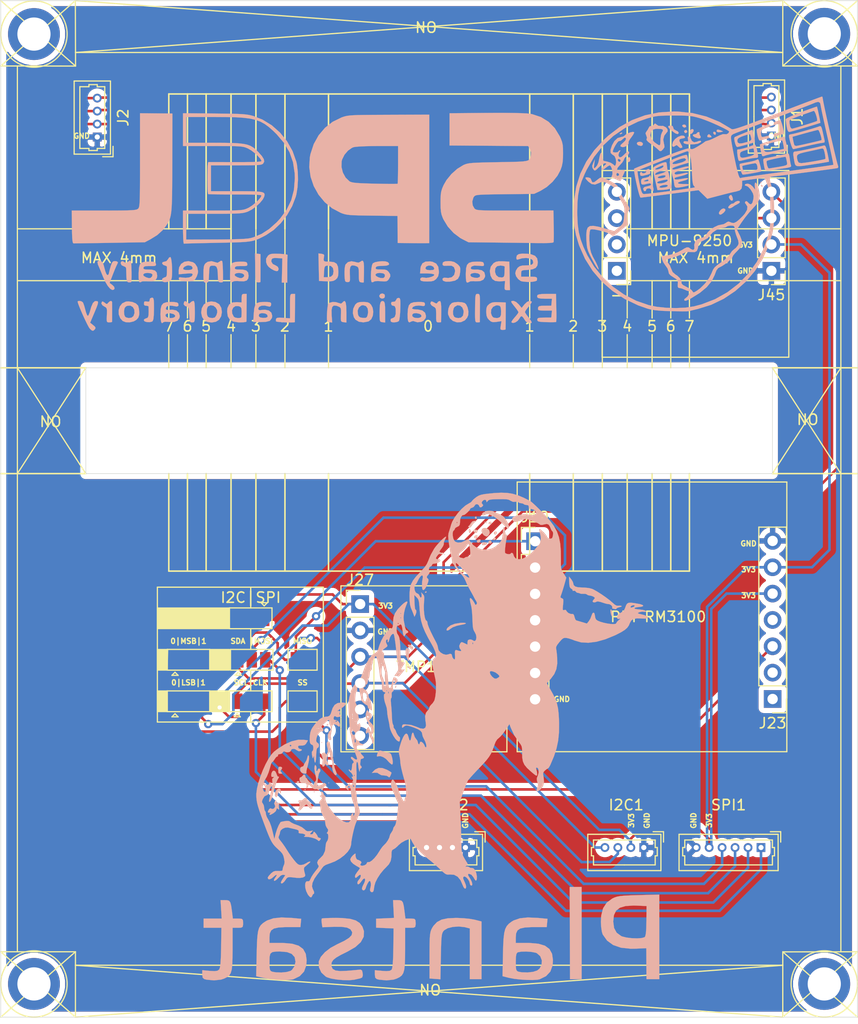
<source format=kicad_pcb>
(kicad_pcb (version 20171130) (host pcbnew "(5.1.2)-2")
  (layers (0 F.Cu signal) (31 B.Cu signal) (34 B.Paste user) (35 F.Paste user) (36 B.SilkS user) (37 F.SilkS user) (38 B.Mask user) (39 F.Mask user) (44 Edge.Cuts user))
  (net 0 "")
  (net 1 GND)
  (net 2 3V3)
  (net 3 5V)
  (net 4 23)
  (net 5 22)
  (net 6 21)
  (net 7 19)
  (net 8 18)
  (net 9 5)
  (net 10 17)
  (net 11 16)
  (net 12 RM1MISO)
  (net 13 RM1MOSI)
  (net 14 RM1CLK)
  (net 15 RM1SS)
  (net 16 "Net-(J19-Pad5)")
  (net 17 "Net-(J19-Pad6)")
  (net 18 "Net-(J23-Pad4)")
  (net 19 RM1EN)
  (net 20 "Net-(J23-Pad2)")
  (net 21 "Net-(J23-Pad1)")
  (net 22 "Net-(J27-Pad5)")
  (net 23 "Net-(J27-Pad6)")
  (module L86:extremofilo_mod (layer B.Cu) (at 77.1 99.1 180)
    (fp_text reference G*** hide)
    (fp_text value LOGO hide)
  )
  (module L86:plantsat2 (layer B.Cu) (at 77.1 123.1 180)
    (fp_text reference G*** hide)
    (fp_text value LOGO hide)
  )
  (module L86:SPEL_logo (layer B.Cu) (at 79.5 53.5 180)
    (fp_text reference G*** hide)
    (fp_text value LOGO hide)
  )
  (module Pin_Headers:Pin_Header_Straight_1x04_Pitch2.54mm (layer F.Cu) (at 95.1 59 180)
    (fp_text reference - (at 0 -2.33) (layer F.SilkS))
    (fp_text value Pin_Header_Straight_1x04_Pitch2.54mm)
    (pad 1 thru_hole rect (at 0 0 180) (size 1.7 1.7) (drill 1) (layers *.Cu *.Mask))
    (pad 2 thru_hole oval (at 0 2.54 180) (size 1.7 1.7) (drill 1) (layers *.Cu *.Mask))
    (pad 3 thru_hole oval (at 0 5.08 180) (size 1.7 1.7) (drill 1) (layers *.Cu *.Mask))
    (pad 4 thru_hole oval (at 0 7.62 180) (size 1.7 1.7) (drill 1) (layers *.Cu *.Mask))
  )
  (module Connectors:1pin (layer F.Cu) (at 38.9 36.175)
    (fp_text reference REF** hide)
    (fp_text value 1pin)
    (pad 1 thru_hole circle (at 0 0) (size 5 5) (drill 3.2) (layers *.Cu *.Mask))
  )
  (module Connectors:1pin (layer F.Cu) (at 115.1 127.75)
    (fp_text reference REF** hide)
    (fp_text value 1pin)
    (pad 1 thru_hole circle (at 0 0) (size 5 5) (drill 3.2) (layers *.Cu *.Mask))
  )
  (module Connectors:1pin (layer F.Cu) (at 115.1 36.15)
    (fp_text reference REF** hide)
    (fp_text value 1pin)
    (pad 1 thru_hole circle (at 0 0) (size 5 5) (drill 3.2) (layers *.Cu *.Mask))
  )
  (module Connectors:1pin (layer F.Cu) (at 38.9 127.75)
    (fp_text reference REF** hide)
    (fp_text value 1pin)
    (pad 1 thru_hole circle (at 0 0) (size 5 5) (drill 3.2) (layers *.Cu *.Mask))
  )
  (module Connectors_Molex:Molex_PicoBlade_53047-0410_04x1.25mm_Straight (layer F.Cu) (at 110 46 90)
    (fp_text reference J1 (at 1.875 2.5 90) (layer F.SilkS))
    (fp_text value Conn_01x04_Male)
    (pad 1 thru_hole rect (at 0 0 90) (size 0.85 0.85) (drill 0.5) (layers *.Cu *.Mask) (net 1 GND))
    (pad 2 thru_hole circle (at 1.25 0 90) (size 0.85 0.85) (drill 0.5) (layers *.Cu *.Mask) (net 3 5V))
    (pad 3 thru_hole circle (at 2.5 0 90) (size 0.85 0.85) (drill 0.5) (layers *.Cu *.Mask) (net 11 16))
    (pad 4 thru_hole circle (at 3.75 0 90) (size 0.85 0.85) (drill 0.5) (layers *.Cu *.Mask) (net 10 17))
  )
  (module Connectors_Molex:Molex_PicoBlade_53047-0410_04x1.25mm_Straight (layer F.Cu) (at 45 46.1 90)
    (fp_text reference J2 (at 1.875 2.5 90) (layer F.SilkS))
    (fp_text value Conn_01x04_Male)
    (pad 4 thru_hole circle (at 3.75 0 90) (size 0.85 0.85) (drill 0.5) (layers *.Cu *.Mask) (net 10 17))
    (pad 3 thru_hole circle (at 2.5 0 90) (size 0.85 0.85) (drill 0.5) (layers *.Cu *.Mask) (net 11 16))
    (pad 2 thru_hole circle (at 1.25 0 90) (size 0.85 0.85) (drill 0.5) (layers *.Cu *.Mask) (net 3 5V))
    (pad 1 thru_hole rect (at 0 0 90) (size 0.85 0.85) (drill 0.5) (layers *.Cu *.Mask) (net 1 GND))
  )
  (module Connectors_Molex:Molex_PicoBlade_53047-0410_04x1.25mm_Straight (layer F.Cu) (at 80.5 114.6 180)
    (fp_text reference UART2 (at 2 4.1) (layer F.SilkS))
    (fp_text value Conn_01x04_male)
    (pad 4 thru_hole circle (at 3.75 0 180) (size 0.85 0.85) (drill 0.5) (layers *.Cu *.Mask) (net 10 17))
    (pad 3 thru_hole circle (at 2.5 0 180) (size 0.85 0.85) (drill 0.5) (layers *.Cu *.Mask) (net 11 16))
    (pad 2 thru_hole circle (at 1.25 0 180) (size 0.85 0.85) (drill 0.5) (layers *.Cu *.Mask) (net 3 5V))
    (pad 1 thru_hole rect (at 0 0 180) (size 0.85 0.85) (drill 0.5) (layers *.Cu *.Mask) (net 1 GND))
  )
  (module Jumper:SolderJumper-2_P1.3mm_Open_Pad1.0x1.5mm (layer F.Cu) (at 64.8 96.5)
    (fp_text reference MISO (at 0 -1.8) (layer F.SilkS) (effects (font (size 0.5 0.5) (thickness 0.125))))
    (fp_text value Conn_01x02_Male)
    (pad 2 smd rect (at 0.65 0) (size 1 1.5) (layers F.Cu F.Mask) (net 7 19))
    (pad 1 smd rect (at -0.65 0) (size 1 1.5) (layers F.Cu F.Mask) (net 12 RM1MISO))
  )
  (module Jumper:SolderJumper-3_P1.3mm_Open_Pad1.0x1.5mm (layer F.Cu) (at 53.8 96.5)
    (fp_text reference 0|MSB|1 (at 0 -1.8) (layer F.SilkS) (effects (font (size 0.5 0.5) (thickness 0.125))))
    (fp_text value Conn_01x03_Male)
    (pad 1 smd rect (at -1.3 0) (size 1 1.5) (layers F.Cu F.Mask) (net 1 GND))
    (pad 2 smd rect (at 0 0) (size 1 1.5) (layers F.Cu F.Mask) (net 12 RM1MISO))
    (pad 3 smd rect (at 1.3 0) (size 1 1.5) (layers F.Cu F.Mask) (net 2 3V3))
  )
  (module Jumper:SolderJumper-3_P1.3mm_Open_Pad1.0x1.5mm (layer F.Cu) (at 59.9 96.5)
    (fp_text reference "SDA |MOSI" (at 0 -1.8) (layer F.SilkS) (effects (font (size 0.5 0.5) (thickness 0.125))))
    (fp_text value Conn_01x03_Male)
    (pad 1 smd rect (at -1.3 0) (size 1 1.5) (layers F.Cu F.Mask) (net 6 21))
    (pad 2 smd rect (at 0 0) (size 1 1.5) (layers F.Cu F.Mask) (net 13 RM1MOSI))
    (pad 3 smd rect (at 1.3 0) (size 1 1.5) (layers F.Cu F.Mask) (net 4 23))
  )
  (module Jumper:SolderJumper-3_P1.3mm_Open_Pad1.0x1.5mm (layer F.Cu) (at 59.8 100.5)
    (fp_text reference SCL|CLK (at 0 -1.8) (layer F.SilkS) (effects (font (size 0.5 0.5) (thickness 0.125))))
    (fp_text value Conn_01x03_Male)
    (pad 3 smd rect (at 1.3 0) (size 1 1.5) (layers F.Cu F.Mask) (net 8 18))
    (pad 2 smd rect (at 0 0) (size 1 1.5) (layers F.Cu F.Mask) (net 14 RM1CLK))
    (pad 1 smd rect (at -1.3 0) (size 1 1.5) (layers F.Cu F.Mask) (net 5 22))
  )
  (module Jumper:SolderJumper-2_P1.3mm_Open_Pad1.0x1.5mm (layer F.Cu) (at 64.8 100.5)
    (fp_text reference SS (at 0 -1.8) (layer F.SilkS) (effects (font (size 0.5 0.5) (thickness 0.125))))
    (fp_text value Conn_01x02_Male)
    (pad 2 smd rect (at 0.65 0) (size 1 1.5) (layers F.Cu F.Mask) (net 9 5))
    (pad 1 smd rect (at -0.65 0) (size 1 1.5) (layers F.Cu F.Mask) (net 15 RM1SS))
  )
  (module Pin_Headers:Pin_Header_Straight_1x07_Pitch2.54mm (layer F.Cu) (at 87.22 85.07)
    (fp_text reference J19 (at 0 -2.33) (layer F.SilkS))
    (fp_text value Conn_01x07_Female)
    (pad 1 thru_hole rect (at 0 0) (size 1.7 1.7) (drill 1) (layers *.Cu *.Mask) (net 14 RM1CLK))
    (pad 2 thru_hole oval (at 0 2.54) (size 1.7 1.7) (drill 1) (layers *.Cu *.Mask) (net 12 RM1MISO))
    (pad 3 thru_hole oval (at 0 5.08) (size 1.7 1.7) (drill 1) (layers *.Cu *.Mask) (net 13 RM1MOSI))
    (pad 4 thru_hole oval (at 0 7.62) (size 1.7 1.7) (drill 1) (layers *.Cu *.Mask) (net 15 RM1SS))
    (pad 5 thru_hole oval (at 0 10.16) (size 1.7 1.7) (drill 1) (layers *.Cu *.Mask) (net 16 "Net-(J19-Pad5)"))
    (pad 6 thru_hole oval (at 0 12.7) (size 1.7 1.7) (drill 1) (layers *.Cu *.Mask) (net 17 "Net-(J19-Pad6)"))
    (pad 7 thru_hole oval (at 0 15.24) (size 1.7 1.7) (drill 1) (layers *.Cu *.Mask) (net 1 GND))
  )
  (module Jumper:SolderJumper-3_P1.3mm_Open_Pad1.0x1.5mm (layer F.Cu) (at 53.8 100.5)
    (fp_text reference 0|LSB|1 (at 0 -1.8) (layer F.SilkS) (effects (font (size 0.5 0.5) (thickness 0.125))))
    (fp_text value Conn_01x03_Male)
    (pad 3 smd rect (at 1.3 0) (size 1 1.5) (layers F.Cu F.Mask) (net 2 3V3))
    (pad 2 smd rect (at 0 0) (size 1 1.5) (layers F.Cu F.Mask) (net 15 RM1SS))
    (pad 1 smd rect (at -1.3 0) (size 1 1.5) (layers F.Cu F.Mask) (net 1 GND))
  )
  (module Pin_Headers:Pin_Header_Straight_1x07_Pitch2.54mm (layer F.Cu) (at 110.12 100.28 180)
    (fp_text reference J23 (at 0 -2.33) (layer F.SilkS))
    (fp_text value Conn_01x07_Female)
    (pad 7 thru_hole oval (at 0 15.24 180) (size 1.7 1.7) (drill 1) (layers *.Cu *.Mask) (net 1 GND))
    (pad 6 thru_hole oval (at 0 12.7 180) (size 1.7 1.7) (drill 1) (layers *.Cu *.Mask) (net 2 3V3))
    (pad 5 thru_hole oval (at 0 10.16 180) (size 1.7 1.7) (drill 1) (layers *.Cu *.Mask) (net 2 3V3))
    (pad 4 thru_hole oval (at 0 7.62 180) (size 1.7 1.7) (drill 1) (layers *.Cu *.Mask) (net 18 "Net-(J23-Pad4)"))
    (pad 3 thru_hole oval (at 0 5.08 180) (size 1.7 1.7) (drill 1) (layers *.Cu *.Mask) (net 19 RM1EN))
    (pad 2 thru_hole oval (at 0 2.54 180) (size 1.7 1.7) (drill 1) (layers *.Cu *.Mask) (net 20 "Net-(J23-Pad2)"))
    (pad 1 thru_hole rect (at 0 0 180) (size 1.7 1.7) (drill 1) (layers *.Cu *.Mask) (net 21 "Net-(J23-Pad1)"))
  )
  (module Jumper:SolderJumper-3_P1.3mm_Open_Pad1.0x1.5mm (layer F.Cu) (at 59.8 92.5 180)
    (fp_text reference I2C|SPI (at 0 2) (layer F.SilkS))
    (fp_text value Conn_01x03_Male)
    (pad 3 smd rect (at 1.3 0 180) (size 1 1.5) (layers F.Cu F.Mask) (net 2 3V3))
    (pad 2 smd rect (at 0 0 180) (size 1 1.5) (layers F.Cu F.Mask) (net 19 RM1EN))
    (pad 1 smd rect (at -1.3 0 180) (size 1 1.5) (layers F.Cu F.Mask) (net 1 GND))
  )
  (module Pin_Headers:Pin_Header_Straight_1x06_Pitch2.54mm (layer F.Cu) (at 70.35 91.13)
    (fp_text reference J27 (at 0 -2.33) (layer F.SilkS))
    (fp_text value Conn_01x06_Female)
    (pad 1 thru_hole rect (at 0 0) (size 1.7 1.7) (drill 1) (layers *.Cu *.Mask) (net 2 3V3))
    (pad 2 thru_hole oval (at 0 2.54) (size 1.7 1.7) (drill 1) (layers *.Cu *.Mask) (net 1 GND))
    (pad 3 thru_hole oval (at 0 5.08) (size 1.7 1.7) (drill 1) (layers *.Cu *.Mask) (net 6 21))
    (pad 4 thru_hole oval (at 0 7.62) (size 1.7 1.7) (drill 1) (layers *.Cu *.Mask) (net 5 22))
    (pad 5 thru_hole oval (at 0 10.16) (size 1.7 1.7) (drill 1) (layers *.Cu *.Mask) (net 22 "Net-(J27-Pad5)"))
    (pad 6 thru_hole oval (at 0 12.7) (size 1.7 1.7) (drill 1) (layers *.Cu *.Mask) (net 23 "Net-(J27-Pad6)"))
  )
  (module Connectors_Molex:Molex_PicoBlade_53047-0610_06x1.25mm_Straight (layer F.Cu) (at 109 114.6 180)
    (fp_text reference SPI1 (at 3.125 4.1) (layer F.SilkS))
    (fp_text value Conn_01x06_Male)
    (pad 6 thru_hole circle (at 6.25 0 180) (size 0.85 0.85) (drill 0.5) (layers *.Cu *.Mask) (net 1 GND))
    (pad 5 thru_hole circle (at 5 0 180) (size 0.85 0.85) (drill 0.5) (layers *.Cu *.Mask) (net 2 3V3))
    (pad 4 thru_hole circle (at 3.75 0 180) (size 0.85 0.85) (drill 0.5) (layers *.Cu *.Mask) (net 9 5))
    (pad 3 thru_hole circle (at 2.5 0 180) (size 0.85 0.85) (drill 0.5) (layers *.Cu *.Mask) (net 4 23))
    (pad 2 thru_hole circle (at 1.25 0 180) (size 0.85 0.85) (drill 0.5) (layers *.Cu *.Mask) (net 7 19))
    (pad 1 thru_hole rect (at 0 0 180) (size 0.85 0.85) (drill 0.5) (layers *.Cu *.Mask) (net 8 18))
  )
  (module Connectors_Molex:Molex_PicoBlade_53047-0410_04x1.25mm_Straight (layer F.Cu) (at 97.7 114.6 180)
    (fp_text reference I2C1 (at 1.7 4.1) (layer F.SilkS))
    (fp_text value Conn_01x04_Male)
    (pad 1 thru_hole rect (at 0 0 180) (size 0.85 0.85) (drill 0.5) (layers *.Cu *.Mask) (net 1 GND))
    (pad 2 thru_hole circle (at 1.25 0 180) (size 0.85 0.85) (drill 0.5) (layers *.Cu *.Mask) (net 2 3V3))
    (pad 3 thru_hole circle (at 2.5 0 180) (size 0.85 0.85) (drill 0.5) (layers *.Cu *.Mask) (net 5 22))
    (pad 4 thru_hole circle (at 3.75 0 180) (size 0.85 0.85) (drill 0.5) (layers *.Cu *.Mask) (net 6 21))
  )
  (module Pin_Headers:Pin_Header_Straight_1x04_Pitch2.54mm (layer F.Cu) (at 110 59 180)
    (fp_text reference J45 (at 0 -2.33) (layer F.SilkS))
    (fp_text value Conn_01x04_Male)
    (pad 4 thru_hole oval (at 0 7.62 180) (size 1.7 1.7) (drill 1) (layers *.Cu *.Mask) (net 5 22))
    (pad 3 thru_hole oval (at 0 5.08 180) (size 1.7 1.7) (drill 1) (layers *.Cu *.Mask) (net 6 21))
    (pad 2 thru_hole oval (at 0 2.54 180) (size 1.7 1.7) (drill 1) (layers *.Cu *.Mask) (net 2 3V3))
    (pad 1 thru_hole rect (at 0 0 180) (size 1.7 1.7) (drill 1) (layers *.Cu *.Mask) (net 1 GND))
  )
  (gr_text "5V\n" (at 79.5 112 90) (layer F.SilkS) (effects (font (size 0.5 0.5) (thickness 0.125))))
  (gr_text 3V3 (at 107.5 56.5) (layer F.SilkS) (effects (font (size 0.5 0.5) (thickness 0.125))))
  (gr_text 3V3 (at 72.8 91.3) (layer F.SilkS) (effects (font (size 0.5 0.5) (thickness 0.125))))
  (gr_text 3V3 (at 107.8 90.3) (layer F.SilkS) (effects (font (size 0.5 0.5) (thickness 0.125))))
  (gr_text 3V3 (at 107.8 87.8) (layer F.SilkS) (effects (font (size 0.5 0.5) (thickness 0.125))))
  (gr_text 3V3 (at 104 112 90) (layer F.SilkS) (effects (font (size 0.5 0.5) (thickness 0.125))))
  (gr_text 3V3 (at 96.5 112 90) (layer F.SilkS) (effects (font (size 0.5 0.5) (thickness 0.125))))
  (gr_text GND (at 80.5 112 90) (layer F.SilkS) (effects (font (size 0.5 0.5) (thickness 0.125))))
  (gr_text GND (at 98 112 90) (layer F.SilkS) (effects (font (size 0.5 0.5) (thickness 0.125))))
  (gr_text GND (at 102.5 112 90) (layer F.SilkS) (effects (font (size 0.5 0.5) (thickness 0.125))))
  (gr_text GND (at 89.8 100.3) (layer F.SilkS) (effects (font (size 0.5 0.5) (thickness 0.125))))
  (gr_text GND (at 107.8 85.3) (layer F.SilkS) (effects (font (size 0.5 0.5) (thickness 0.125))))
  (gr_text GND (at 72.8 93.8) (layer F.SilkS) (effects (font (size 0.5 0.5) (thickness 0.125))))
  (gr_text GND (at 43.5 46) (layer F.SilkS) (effects (font (size 0.5 0.5) (thickness 0.125))))
  (gr_text GND (at 110.5 46) (layer F.SilkS) (effects (font (size 0.5 0.5) (thickness 0.125))))
  (gr_text GND (at 107.5 59) (layer F.SilkS) (effects (font (size 0.5 0.5) (thickness 0.125))))
  (gr_poly (pts (xy 57.75 93.5) (xy 50.8 93.5) (xy 50.8 91.5) (xy 57.75 91.5)) (layer F.SilkS) (width 0.1))
  (gr_poly (pts (xy 51.75 99.5) (xy 50.8 99.5) (xy 50.8 101.5) (xy 51.75 101.5)) (layer F.SilkS) (width 0.1))
  (gr_poly (pts (xy 51.8 95.5) (xy 51.75 95.5) (xy 50.8 95.5) (xy 50.8 97.5) (xy 51.75 97.5)) (layer F.SilkS) (width 0.1))
  (gr_poly (pts (xy 55.85 97.5) (xy 57.75 97.5) (xy 57.75 95.5) (xy 55.85 95.5)) (layer F.SilkS) (width 0.1))
  (gr_poly (pts (xy 55.85 101.5) (xy 57.75 101.5) (xy 57.75 99.5) (xy 55.85 99.5)) (layer F.SilkS) (width 0.1))
  (gr_line (start 50.8 102.5) (end 59.8 102.5) (layer F.SilkS) (width 0.12))
  (gr_line (start 50.8 89.5) (end 50.8 102.5) (layer F.SilkS) (width 0.12))
  (gr_line (start 59.8 89.5) (end 50.8 89.5) (layer F.SilkS) (width 0.12))
  (gr_line (start 59.8 91.5) (end 59.8 89.5) (layer F.SilkS) (width 0.12))
  (gr_line (start 59.8 99.5) (end 59.8 97.5) (layer F.SilkS) (width 0.12))
  (gr_line (start 59.8 95.5) (end 59.8 93.5) (layer F.SilkS) (width 0.12))
  (gr_line (start 59.8 102.5) (end 59.8 101.5) (layer F.SilkS) (width 0.12))
  (gr_line (start 66.8 102.5) (end 59.8 102.5) (layer F.SilkS) (width 0.12))
  (gr_line (start 66.8 89.5) (end 66.8 102.5) (layer F.SilkS) (width 0.12))
  (gr_line (start 59.8 89.5) (end 66.8 89.5) (layer F.SilkS) (width 0.12))
  (gr_text MPU-9250 (at 102.1 56.1) (layer F.SilkS) (effects (font (size 1 1))))
  (gr_line (start 93.68 67.33) (end 93.68 49.33) (layer F.SilkS) (width 0.12))
  (gr_line (start 111.68 67.33) (end 93.68 67.33) (layer F.SilkS) (width 0.12))
  (gr_line (start 111.68 49.33) (end 111.68 67.33) (layer F.SilkS) (width 0.12))
  (gr_line (start 93.68 49.33) (end 111.68 49.33) (layer F.SilkS) (width 0.12))
  (gr_text "TMP102\n" (at 76.7 97.17) (layer F.SilkS) (effects (font (size 1 1))))
  (gr_line (start 84.5 89.37) (end 84.5 105.37) (layer F.SilkS) (width 0.12))
  (gr_line (start 68.5 105.37) (end 84.5 105.37) (layer F.SilkS) (width 0.12))
  (gr_line (start 68.5 89.37) (end 84.5 89.37) (layer F.SilkS) (width 0.12))
  (gr_line (start 68.5 89.37) (end 68.5 105.37) (layer F.SilkS) (width 0.12))
  (gr_line (start 85.49 105.36) (end 111.49 105.36) (layer F.SilkS) (width 0.12))
  (gr_line (start 85.49 79.36) (end 85.49 105.36) (layer F.SilkS) (width 0.12))
  (gr_line (start 111.49 79.36) (end 111.49 105.36) (layer F.SilkS) (width 0.12))
  (gr_line (start 110.49 79.36) (end 111.49 79.36) (layer F.SilkS) (width 0.12))
  (gr_line (start 85.49 79.36) (end 110.49 79.36) (layer F.SilkS) (width 0.12))
  (gr_text "PNI RM3100\n" (at 99.09 92.36) (layer F.SilkS) (effects (font (size 1 1))))
  (gr_line (start 116.7 124.65) (end 116.7 39.25) (layer F.SilkS) (width 0.12))
  (gr_line (start 37.3 39.25) (end 37.3 124.65) (layer F.SilkS) (width 0.12))
  (gr_line (start 42.9 37.95) (end 111.1 37.95) (layer F.SilkS) (width 0.12))
  (gr_line (start 42.89 32.95) (end 111.1 37.95) (layer F.SilkS) (width 0.12))
  (gr_line (start 111.1 32.95) (end 42.91 37.95) (layer F.SilkS) (width 0.12))
  (gr_line (start 42.9 125.95) (end 111.11 125.95) (layer F.SilkS) (width 0.12))
  (gr_line (start 111.1 130.95) (end 42.9 125.95) (layer F.SilkS) (width 0.12))
  (gr_line (start 42.9 130.95) (end 111.11 125.95) (layer F.SilkS) (width 0.12))
  (gr_line (start 35.7 130.95) (end 42.9 124.65) (layer F.SilkS) (width 0.12))
  (gr_line (start 35.7 124.65) (end 42.9 130.95) (layer F.SilkS) (width 0.12))
  (gr_line (start 118.3 124.65) (end 111.1 130.95) (layer F.SilkS) (width 0.12))
  (gr_line (start 118.3 130.95) (end 111.1 124.66) (layer F.SilkS) (width 0.12))
  (gr_line (start 111.1 39.25) (end 111.1 32.95) (layer F.SilkS) (width 0.12))
  (gr_line (start 111.1 39.25) (end 118.3 39.25) (layer F.SilkS) (width 0.12))
  (gr_line (start 118.3 32.95) (end 111.1 39.25) (layer F.SilkS) (width 0.12))
  (gr_line (start 111.1 32.95) (end 118.3 39.25) (layer F.SilkS) (width 0.12))
  (gr_line (start 35.7 39.25) (end 42.91 39.26) (layer F.SilkS) (width 0.12))
  (gr_line (start 42.89 32.95) (end 42.91 39.26) (layer F.SilkS) (width 0.12))
  (gr_line (start 35.7 39.25) (end 42.89 32.95) (layer F.SilkS) (width 0.12))
  (gr_line (start 35.7 32.95) (end 42.91 39.26) (layer F.SilkS) (width 0.12))
  (gr_line (start 111.1 124.66) (end 118.3 124.65) (layer F.SilkS) (width 0.12))
  (gr_line (start 111.1 130.95) (end 111.1 124.66) (layer F.SilkS) (width 0.12))
  (gr_line (start 42.9 124.65) (end 42.9 130.95) (layer F.SilkS) (width 0.12))
  (gr_line (start 35.7 124.65) (end 42.9 124.65) (layer F.SilkS) (width 0.12))
  (gr_line (start 110.1 68.35) (end 110.1 78.55) (layer Edge.Cuts) (width 0.05))
  (gr_line (start 43.9 68.35) (end 110.1 68.35) (layer Edge.Cuts) (width 0.05))
  (gr_line (start 43.9 78.55) (end 43.9 68.35) (layer Edge.Cuts) (width 0.05))
  (gr_line (start 110.1 78.55) (end 43.9 78.55) (layer Edge.Cuts) (width 0.05))
  (gr_line (start 110.1 68.35) (end 116.7 78.55) (layer F.SilkS) (width 0.12))
  (gr_line (start 110.1 78.55) (end 116.7 68.35) (layer F.SilkS) (width 0.12))
  (gr_line (start 43.9 78.55) (end 37.3 68.35) (layer F.SilkS) (width 0.12))
  (gr_line (start 43.9 68.35) (end 37.3 78.55) (layer F.SilkS) (width 0.12))
  (gr_line (start 96.1 59.95) (end 116.7 59.95) (layer F.SilkS) (width 0.12))
  (gr_line (start 96.1 54.95) (end 116.7 54.95) (layer F.SilkS) (width 0.12))
  (gr_line (start 57.9 59.95) (end 37.3 59.95) (layer F.SilkS) (width 0.12))
  (gr_line (start 57.9 54.95) (end 37.3 54.95) (layer F.SilkS) (width 0.12))
  (gr_line (start 60.3 59.95) (end 60.3 54.95) (layer F.SilkS) (width 0.12))
  (gr_line (start 63.1 59.95) (end 63.1 54.95) (layer F.SilkS) (width 0.12))
  (gr_line (start 67.3 59.95) (end 67.3 54.95) (layer F.SilkS) (width 0.12))
  (gr_line (start 86.7 59.95) (end 86.7 54.95) (layer F.SilkS) (width 0.12))
  (gr_line (start 90.9 59.95) (end 90.9 54.95) (layer F.SilkS) (width 0.12))
  (gr_line (start 93.7 59.95) (end 93.7 54.95) (layer F.SilkS) (width 0.12))
  (gr_text 3 (at 93.7 64.35) (layer F.SilkS) (effects (font (size 1 1))))
  (gr_line (start 102.1 59.95) (end 102.1 63.55) (layer F.SilkS) (width 0.12))
  (gr_line (start 102.1 68.35) (end 102.1 65.15) (layer F.SilkS) (width 0.12))
  (gr_line (start 100.3 59.95) (end 100.3 63.55) (layer F.SilkS) (width 0.12))
  (gr_line (start 100.3 68.35) (end 100.3 65.15) (layer F.SilkS) (width 0.12))
  (gr_line (start 98.5 68.35) (end 98.5 65.15) (layer F.SilkS) (width 0.12))
  (gr_line (start 98.5 59.95) (end 98.5 63.55) (layer F.SilkS) (width 0.12))
  (gr_line (start 96.1 59.95) (end 96.1 63.55) (layer F.SilkS) (width 0.12))
  (gr_line (start 96.1 68.35) (end 96.1 65.15) (layer F.SilkS) (width 0.12))
  (gr_line (start 93.7 59.95) (end 93.7 63.55) (layer F.SilkS) (width 0.12))
  (gr_line (start 93.7 68.35) (end 93.7 65.15) (layer F.SilkS) (width 0.12))
  (gr_line (start 90.9 59.95) (end 90.9 63.55) (layer F.SilkS) (width 0.12))
  (gr_line (start 90.9 68.35) (end 90.9 65.15) (layer F.SilkS) (width 0.12))
  (gr_line (start 86.7 59.95) (end 86.7 63.55) (layer F.SilkS) (width 0.12))
  (gr_line (start 86.7 68.35) (end 86.7 65.15) (layer F.SilkS) (width 0.12))
  (gr_line (start 67.3 59.95) (end 67.3 63.55) (layer F.SilkS) (width 0.12))
  (gr_line (start 67.3 68.35) (end 67.3 65.15) (layer F.SilkS) (width 0.12))
  (gr_line (start 63.1 68.35) (end 63.1 65.15) (layer F.SilkS) (width 0.12))
  (gr_line (start 63.1 59.95) (end 63.1 63.55) (layer F.SilkS) (width 0.12))
  (gr_line (start 60.3 65.15) (end 60.3 68.35) (layer F.SilkS) (width 0.12))
  (gr_line (start 60.3 59.95) (end 60.3 63.55) (layer F.SilkS) (width 0.12))
  (gr_line (start 57.9 65.15) (end 57.9 68.35) (layer F.SilkS) (width 0.12))
  (gr_line (start 57.9 63.55) (end 57.9 59.95) (layer F.SilkS) (width 0.12))
  (gr_text 5 (at 55.5 64.35) (layer F.SilkS) (effects (font (size 1 1))))
  (gr_line (start 55.5 65.15) (end 55.5 68.35) (layer F.SilkS) (width 0.12))
  (gr_line (start 55.5 63.55) (end 55.5 59.95) (layer F.SilkS) (width 0.12))
  (gr_text 6 (at 53.7 64.35) (layer F.SilkS) (effects (font (size 1 1))))
  (gr_line (start 53.7 63.55) (end 53.7 59.95) (layer F.SilkS) (width 0.12))
  (gr_line (start 53.7 68.35) (end 53.7 65.15) (layer F.SilkS) (width 0.12))
  (gr_line (start 51.9 68.35) (end 51.9 65.15) (layer F.SilkS) (width 0.12))
  (gr_line (start 51.9 59.95) (end 51.9 63.55) (layer F.SilkS) (width 0.12))
  (gr_text 7 (at 51.9 64.35) (layer F.SilkS) (effects (font (size 1 1))))
  (gr_text 4 (at 57.9 64.35) (layer F.SilkS) (effects (font (size 1 1))))
  (gr_text 3 (at 60.3 64.35) (layer F.SilkS) (effects (font (size 1 1))))
  (gr_text 7 (at 102.1 64.35) (layer F.SilkS) (effects (font (size 1 1))))
  (gr_text 6 (at 100.3 64.35) (layer F.SilkS) (effects (font (size 1 1))))
  (gr_text 5 (at 98.5 64.35) (layer F.SilkS) (effects (font (size 1 1))))
  (gr_text 4 (at 96.1 64.35) (layer F.SilkS) (effects (font (size 1 1))))
  (gr_text 2 (at 63.1 64.35) (layer F.SilkS) (effects (font (size 1 1))))
  (gr_text 2 (at 90.9 64.35) (layer F.SilkS) (effects (font (size 1 1))))
  (gr_text 1 (at 67.3 64.35) (layer F.SilkS) (effects (font (size 1 1))))
  (gr_text 1 (at 86.7 64.35) (layer F.SilkS) (effects (font (size 1 1))))
  (gr_line (start 102.1 87.95) (end 51.9 87.95) (layer F.SilkS) (width 0.15))
  (gr_line (start 51.9 41.95) (end 102.1 41.95) (layer F.SilkS) (width 0.15))
  (gr_text 0 (at 76.9 64.35) (layer F.SilkS) (effects (font (size 1 1))))
  (gr_line (start 53.7 87.95) (end 53.7 78.55) (layer F.SilkS) (width 0.15))
  (gr_line (start 53.7 54.95) (end 53.7 41.95) (layer F.SilkS) (width 0.15))
  (gr_line (start 100.3 54.95) (end 100.3 41.95) (layer F.SilkS) (width 0.15))
  (gr_line (start 100.3 87.95) (end 100.3 78.55) (layer F.SilkS) (width 0.15))
  (gr_line (start 55.5 54.95) (end 55.5 41.95) (layer F.SilkS) (width 0.15))
  (gr_line (start 55.5 87.95) (end 55.5 78.55) (layer F.SilkS) (width 0.15))
  (gr_line (start 98.5 78.55) (end 98.5 87.95) (layer F.SilkS) (width 0.15))
  (gr_line (start 98.5 54.95) (end 98.5 41.95) (layer F.SilkS) (width 0.15))
  (gr_text "MAX 4mm\n" (at 47.1 57.75) (layer F.SilkS) (effects (font (size 1 1))))
  (gr_text "MAX 4mm\n" (at 102.7 57.75) (layer F.SilkS) (effects (font (size 1 1))))
  (gr_line (start 96.1 54.95) (end 96.1 59.95) (layer F.SilkS) (width 0.15))
  (gr_line (start 57.9 54.95) (end 57.9 59.95) (layer F.SilkS) (width 0.15))
  (gr_line (start 57.9 54.95) (end 57.9 41.95) (layer F.SilkS) (width 0.15))
  (gr_line (start 57.9 87.95) (end 57.9 78.55) (layer F.SilkS) (width 0.15))
  (gr_line (start 96.1 54.95) (end 96.1 41.95) (layer F.SilkS) (width 0.15))
  (gr_line (start 96.1 87.95) (end 96.1 78.55) (layer F.SilkS) (width 0.15))
  (gr_line (start 60.3 54.95) (end 60.3 41.95) (layer F.SilkS) (width 0.15))
  (gr_line (start 60.3 87.95) (end 60.3 78.55) (layer F.SilkS) (width 0.15))
  (gr_line (start 93.7 54.95) (end 93.7 41.95) (layer F.SilkS) (width 0.15))
  (gr_line (start 93.7 87.95) (end 93.7 78.55) (layer F.SilkS) (width 0.15))
  (gr_line (start 63.1 54.95) (end 63.1 41.95) (layer F.SilkS) (width 0.15))
  (gr_line (start 63.1 87.95) (end 63.1 78.55) (layer F.SilkS) (width 0.15))
  (gr_line (start 90.9 54.95) (end 90.9 41.95) (layer F.SilkS) (width 0.15))
  (gr_line (start 90.9 87.95) (end 90.9 78.55) (layer F.SilkS) (width 0.15))
  (gr_line (start 51.9 54.95) (end 51.9 41.95) (layer F.SilkS) (width 0.15))
  (gr_line (start 51.9 87.95) (end 51.9 78.55) (layer F.SilkS) (width 0.15))
  (gr_line (start 102.1 54.95) (end 102.1 41.95) (layer F.SilkS) (width 0.15))
  (gr_line (start 102.1 87.95) (end 102.1 78.55) (layer F.SilkS) (width 0.15))
  (gr_line (start 67.3 54.95) (end 67.3 41.95) (layer F.SilkS) (width 0.15))
  (gr_line (start 67.3 87.95) (end 67.3 78.55) (layer F.SilkS) (width 0.15))
  (gr_line (start 86.7 54.95) (end 86.7 41.95) (layer F.SilkS) (width 0.15))
  (gr_line (start 86.7 87.95) (end 86.7 78.55) (layer F.SilkS) (width 0.15))
  (gr_text NO (at 77.1 128.35) (layer F.SilkS) (effects (font (size 1 1))))
  (gr_text NO (at 113.5 73.35) (layer F.SilkS) (effects (font (size 1 1))))
  (gr_text NO (at 40.5 73.55) (layer F.SilkS) (effects (font (size 1 1))))
  (gr_text NO (at 76.7 35.55) (layer F.SilkS) (effects (font (size 1 1))))
  (gr_line (start 43.9 78.55) (end 35.7 78.55) (layer F.SilkS) (width 0.15))
  (gr_line (start 43.9 68.35) (end 35.7 68.35) (layer F.SilkS) (width 0.15))
  (gr_line (start 110.1 68.35) (end 118.3 68.35) (layer F.SilkS) (width 0.15))
  (gr_line (start 110.1 78.55) (end 118.3 78.55) (layer F.SilkS) (width 0.15))
  (gr_line (start 118.3 130.95) (end 35.7 130.95) (layer Edge.Cuts) (width 0.05))
  (gr_line (start 118.3 32.95) (end 118.3 130.95) (layer Edge.Cuts) (width 0.05))
  (gr_line (start 35.7 32.95) (end 35.7 130.95) (layer Edge.Cuts) (width 0.05))
  (gr_line (start 35.7 32.95) (end 118.3 32.95) (layer Edge.Cuts) (width 0.05))
  (segment (start 55.1 100.5) (end 55.1 96.5) (width 0.25) (layer F.Cu) (net 2))
  (segment (start 104 114.6) (end 103.8 114.4) (width 0.25) (layer B.Cu) (net 2))
  (segment (start 103.8 114.4) (end 103.8 95.8) (width 0.25) (layer B.Cu) (net 2))
  (segment (start 104 114.6) (end 104.2 114.4) (width 0.25) (layer B.Cu) (net 2))
  (segment (start 104.2 114.4) (end 104.2 96) (width 0.25) (layer B.Cu) (net 2))
  (segment (start 104 113.8) (end 104 114.6) (width 0.25) (layer F.Cu) (net 2))
  (segment (start 103 112.8) (end 104 113.8) (width 0.25) (layer F.Cu) (net 2))
  (segment (start 97.4 112.8) (end 103 112.8) (width 0.25) (layer F.Cu) (net 2))
  (segment (start 96.45 114.6) (end 96.45 113.75) (width 0.25) (layer F.Cu) (net 2))
  (segment (start 96.45 113.75) (end 97.4 112.8) (width 0.25) (layer F.Cu) (net 2))
  (segment (start 58.5 91.5) (end 59.8 90.2) (width 0.25) (layer F.Cu) (net 2))
  (segment (start 58.5 92.5) (end 58.5 91.5) (width 0.25) (layer F.Cu) (net 2))
  (segment (start 59.8 90.2) (end 67.7 90.2) (width 0.25) (layer F.Cu) (net 2))
  (segment (start 68.63 91.13) (end 70.35 91.13) (width 0.25) (layer F.Cu) (net 2))
  (segment (start 67.7 90.2) (end 68.63 91.13) (width 0.25) (layer F.Cu) (net 2))
  (segment (start 55.1 100.5) (end 55.1 101.5) (width 0.25) (layer F.Cu) (net 2))
  (via (at 55.7 102.7) (size 0.8) (drill 0.4) (layers F.Cu B.Cu) (net 2))
  (segment (start 55.1 101.5) (end 55.1 102.1) (width 0.25) (layer F.Cu) (net 2))
  (segment (start 55.1 102.1) (end 55.7 102.7) (width 0.25) (layer F.Cu) (net 2))
  (segment (start 69.25 91.13) (end 70.35 91.13) (width 0.25) (layer B.Cu) (net 2))
  (segment (start 57.073002 102.7) (end 58.125001 101.648001) (width 0.25) (layer B.Cu) (net 2))
  (segment (start 55.7 102.7) (end 57.073002 102.7) (width 0.25) (layer B.Cu) (net 2))
  (segment (start 58.125001 101.648001) (end 58.125001 99.874999) (width 0.25) (layer B.Cu) (net 2))
  (segment (start 58.125001 99.874999) (end 64.8 93.2) (width 0.25) (layer B.Cu) (net 2))
  (segment (start 64.8 93.2) (end 67.18 93.2) (width 0.25) (layer B.Cu) (net 2))
  (segment (start 67.18 93.2) (end 69.25 91.13) (width 0.25) (layer B.Cu) (net 2))
  (segment (start 96.45 113.99896) (end 96.45 114.6) (width 0.25) (layer B.Cu) (net 2))
  (segment (start 95.35104 112.9) (end 96.45 113.99896) (width 0.25) (layer B.Cu) (net 2))
  (segment (start 93.4 112.9) (end 95.35104 112.9) (width 0.25) (layer B.Cu) (net 2))
  (segment (start 70.35 91.13) (end 71.63 91.13) (width 0.25) (layer B.Cu) (net 2))
  (segment (start 71.63 91.13) (end 93.4 112.9) (width 0.25) (layer B.Cu) (net 2))
  (segment (start 105.68 90.12) (end 110.12 90.12) (width 0.25) (layer B.Cu) (net 2))
  (segment (start 104.2 95.9) (end 104.2 91.6) (width 0.25) (layer B.Cu) (net 2))
  (segment (start 104.2 91.6) (end 105.68 90.12) (width 0.25) (layer B.Cu) (net 2))
  (segment (start 107.62 87.58) (end 110.12 87.58) (width 0.25) (layer B.Cu) (net 2))
  (segment (start 103.8 95.8) (end 103.8 91.4) (width 0.25) (layer B.Cu) (net 2))
  (segment (start 103.8 91.4) (end 107.62 87.58) (width 0.25) (layer B.Cu) (net 2))
  (segment (start 115.6 85.9) (end 115.6 84.4) (width 0.25) (layer B.Cu) (net 2))
  (segment (start 110.12 87.58) (end 113.92 87.58) (width 0.25) (layer B.Cu) (net 2))
  (segment (start 113.92 87.58) (end 115.6 85.9) (width 0.25) (layer B.Cu) (net 2))
  (segment (start 112.86 56.46) (end 110 56.46) (width 0.25) (layer B.Cu) (net 2))
  (segment (start 115.6 84.7) (end 115.6 59.2) (width 0.25) (layer B.Cu) (net 2))
  (segment (start 115.6 59.2) (end 112.86 56.46) (width 0.25) (layer B.Cu) (net 2))
  (segment (start 79.25 113.25) (end 79.25 114.6) (width 0.25) (layer F.Cu) (net 3))
  (segment (start 76.5 110.5) (end 79.25 113.25) (width 0.25) (layer F.Cu) (net 3))
  (segment (start 51.4 110.5) (end 76.5 110.5) (width 0.25) (layer F.Cu) (net 3))
  (segment (start 41.95 44.85) (end 39.7 47.1) (width 0.25) (layer F.Cu) (net 3))
  (segment (start 42.9 102) (end 51.4 110.5) (width 0.25) (layer F.Cu) (net 3))
  (segment (start 39.7 47.1) (end 39.7 66.7) (width 0.25) (layer F.Cu) (net 3))
  (segment (start 39.7 66.7) (end 42.9 69.9) (width 0.25) (layer F.Cu) (net 3))
  (segment (start 42.9 69.9) (end 42.9 102) (width 0.25) (layer F.Cu) (net 3))
  (segment (start 109.9 44.85) (end 110 44.75) (width 0.25) (layer F.Cu) (net 3))
  (segment (start 45 44.85) (end 109.9 44.85) (width 0.25) (layer F.Cu) (net 3))
  (segment (start 41.95 44.85) (end 45 44.85) (width 0.25) (layer F.Cu) (net 3))
  (segment (start 106.5 114.6) (end 106.5 115.73641) (width 0.25) (layer B.Cu) (net 4))
  (segment (start 106.5 115.73641) (end 106.5 116.4) (width 0.25) (layer B.Cu) (net 4))
  (segment (start 106.5 116.4) (end 103.9 119) (width 0.25) (layer B.Cu) (net 4))
  (segment (start 103.9 119) (end 91.4 119) (width 0.25) (layer B.Cu) (net 4))
  (segment (start 91.4 119) (end 82 109.6) (width 0.25) (layer B.Cu) (net 4))
  (via (at 62.6 97.5) (size 0.8) (drill 0.4) (layers F.Cu B.Cu) (net 4))
  (segment (start 61.6 96.5) (end 61.2 96.5) (width 0.25) (layer F.Cu) (net 4))
  (segment (start 62.6 97.5) (end 61.6 96.5) (width 0.25) (layer F.Cu) (net 4))
  (segment (start 67.1 109.6) (end 73.7 109.6) (width 0.25) (layer B.Cu) (net 4))
  (segment (start 62.6 105.1) (end 67.1 109.6) (width 0.25) (layer B.Cu) (net 4))
  (segment (start 62.6 97.5) (end 62.6 105.1) (width 0.25) (layer B.Cu) (net 4))
  (segment (start 82 109.6) (end 73.7 109.6) (width 0.25) (layer B.Cu) (net 4))
  (segment (start 73.7 109.6) (end 73.5 109.6) (width 0.25) (layer B.Cu) (net 4))
  (segment (start 58.5 99.7) (end 58.5 100.5) (width 0.25) (layer F.Cu) (net 5))
  (segment (start 59.4 98.8) (end 58.5 99.7) (width 0.25) (layer F.Cu) (net 5))
  (segment (start 70.35 98.75) (end 70.3 98.8) (width 0.25) (layer F.Cu) (net 5))
  (segment (start 70.3 98.8) (end 59.4 98.8) (width 0.25) (layer F.Cu) (net 5))
  (segment (start 74.45 98.75) (end 70.35 98.75) (width 0.25) (layer B.Cu) (net 5))
  (segment (start 91.7 116) (end 74.45 98.75) (width 0.25) (layer B.Cu) (net 5))
  (segment (start 94.40104 116) (end 91.7 116) (width 0.25) (layer B.Cu) (net 5))
  (segment (start 95.2 114.6) (end 95.2 115.20104) (width 0.25) (layer B.Cu) (net 5))
  (segment (start 95.2 115.20104) (end 94.40104 116) (width 0.25) (layer B.Cu) (net 5))
  (segment (start 86 82.2) (end 112 82.2) (width 0.25) (layer F.Cu) (net 5))
  (segment (start 70.35 98.75) (end 74.65 98.75) (width 0.25) (layer F.Cu) (net 5))
  (segment (start 79.8 93.6) (end 79.8 88.4) (width 0.25) (layer F.Cu) (net 5))
  (segment (start 74.65 98.75) (end 79.8 93.6) (width 0.25) (layer F.Cu) (net 5))
  (segment (start 79.8 88.4) (end 86 82.2) (width 0.25) (layer F.Cu) (net 5))
  (segment (start 112 82.2) (end 111.4 82.2) (width 0.25) (layer F.Cu) (net 5))
  (segment (start 112.6 53.98) (end 110 51.38) (width 0.25) (layer F.Cu) (net 5))
  (segment (start 116.6 57.98) (end 112.6 53.98) (width 0.25) (layer F.Cu) (net 5))
  (segment (start 116.6 77.8) (end 116.6 57.98) (width 0.25) (layer F.Cu) (net 5))
  (segment (start 112 82.2) (end 112.2 82.2) (width 0.25) (layer F.Cu) (net 5))
  (segment (start 112.2 82.2) (end 116.6 77.8) (width 0.25) (layer F.Cu) (net 5))
  (segment (start 58.6 97.3) (end 58.6 96.5) (width 0.25) (layer F.Cu) (net 6))
  (segment (start 59.6 98.3) (end 58.6 97.3) (width 0.25) (layer F.Cu) (net 6))
  (segment (start 68.3 98.3) (end 59.6 98.3) (width 0.25) (layer F.Cu) (net 6))
  (segment (start 70.35 96.21) (end 70.35 96.25) (width 0.25) (layer F.Cu) (net 6))
  (segment (start 70.35 96.25) (end 68.3 98.3) (width 0.25) (layer F.Cu) (net 6))
  (segment (start 93 114.6) (end 93.95 114.6) (width 0.25) (layer B.Cu) (net 6))
  (segment (start 70.35 96.21) (end 74.61 96.21) (width 0.25) (layer B.Cu) (net 6))
  (segment (start 74.61 96.21) (end 93 114.6) (width 0.25) (layer B.Cu) (net 6))
  (segment (start 108.68 53.92) (end 110 53.92) (width 0.25) (layer F.Cu) (net 6))
  (segment (start 106.8 55.8) (end 108.68 53.92) (width 0.25) (layer F.Cu) (net 6))
  (segment (start 113 66.1) (end 106.8 59.9) (width 0.25) (layer F.Cu) (net 6))
  (segment (start 113 78.6) (end 113 66.1) (width 0.25) (layer F.Cu) (net 6))
  (segment (start 74.99 96.21) (end 78.4 92.8) (width 0.25) (layer F.Cu) (net 6))
  (segment (start 106.8 59.9) (end 106.8 55.8) (width 0.25) (layer F.Cu) (net 6))
  (segment (start 70.35 96.21) (end 74.99 96.21) (width 0.25) (layer F.Cu) (net 6))
  (segment (start 78.4 92.8) (end 78.4 87.1) (width 0.25) (layer F.Cu) (net 6))
  (segment (start 78.4 87.1) (end 85.1 80.4) (width 0.25) (layer F.Cu) (net 6))
  (segment (start 85.1 80.4) (end 111.2 80.4) (width 0.25) (layer F.Cu) (net 6))
  (segment (start 111.2 80.4) (end 113 78.6) (width 0.25) (layer F.Cu) (net 6))
  (via (at 65.6 94.4) (size 0.8) (drill 0.4) (layers F.Cu B.Cu) (net 7))
  (segment (start 66.4 96.5) (end 65.45 96.5) (width 0.25) (layer F.Cu) (net 7))
  (segment (start 66.7 96.2) (end 66.4 96.5) (width 0.25) (layer F.Cu) (net 7))
  (segment (start 66.7 94.9) (end 66.7 96.2) (width 0.25) (layer F.Cu) (net 7))
  (segment (start 65.6 94.4) (end 66.2 94.4) (width 0.25) (layer F.Cu) (net 7))
  (segment (start 66.2 94.4) (end 66.7 94.9) (width 0.25) (layer F.Cu) (net 7))
  (segment (start 107.75 116.55) (end 104.4 119.9) (width 0.25) (layer B.Cu) (net 7))
  (segment (start 107.75 114.6) (end 107.75 116.55) (width 0.25) (layer B.Cu) (net 7))
  (segment (start 104.4 119.9) (end 90.9 119.9) (width 0.25) (layer B.Cu) (net 7))
  (segment (start 90.9 119.9) (end 81.5 110.5) (width 0.25) (layer B.Cu) (net 7))
  (segment (start 66 110.5) (end 73.3 110.5) (width 0.25) (layer B.Cu) (net 7))
  (segment (start 81.5 110.5) (end 73.3 110.5) (width 0.25) (layer B.Cu) (net 7))
  (segment (start 73.3 110.5) (end 73.1 110.5) (width 0.25) (layer B.Cu) (net 7))
  (segment (start 64.626998 94.4) (end 61.6 97.426998) (width 0.25) (layer B.Cu) (net 7))
  (segment (start 61.6 97.426998) (end 61.6 106.1) (width 0.25) (layer B.Cu) (net 7))
  (segment (start 65.6 94.4) (end 64.626998 94.4) (width 0.25) (layer B.Cu) (net 7))
  (segment (start 61.6 106.1) (end 66 110.5) (width 0.25) (layer B.Cu) (net 7))
  (via (at 60.3 102.6) (size 0.8) (drill 0.4) (layers F.Cu B.Cu) (net 8))
  (segment (start 60.699999 102.200001) (end 60.3 102.6) (width 0.25) (layer F.Cu) (net 8))
  (segment (start 61.1 101.8) (end 60.699999 102.200001) (width 0.25) (layer F.Cu) (net 8))
  (segment (start 61.1 100.5) (end 61.1 101.8) (width 0.25) (layer F.Cu) (net 8))
  (segment (start 109 116.7) (end 105 120.7) (width 0.25) (layer B.Cu) (net 8))
  (segment (start 109 114.6) (end 109 116.7) (width 0.25) (layer B.Cu) (net 8))
  (segment (start 105 120.7) (end 90.2 120.7) (width 0.25) (layer B.Cu) (net 8))
  (segment (start 90.2 120.7) (end 80.9 111.4) (width 0.25) (layer B.Cu) (net 8))
  (segment (start 80.9 111.4) (end 72.5 111.4) (width 0.25) (layer B.Cu) (net 8))
  (segment (start 64.4 111.4) (end 67.8 111.4) (width 0.25) (layer B.Cu) (net 8))
  (segment (start 60.3 107.3) (end 64.4 111.4) (width 0.25) (layer B.Cu) (net 8))
  (segment (start 60.3 102.6) (end 60.3 107.3) (width 0.25) (layer B.Cu) (net 8))
  (segment (start 72.5 111.4) (end 67.8 111.4) (width 0.25) (layer B.Cu) (net 8))
  (segment (start 67.8 111.4) (end 67.6 111.4) (width 0.25) (layer B.Cu) (net 8))
  (via (at 67.1 103.3) (size 0.8) (drill 0.4) (layers F.Cu B.Cu) (net 9))
  (segment (start 65.45 100.5) (end 65.45 101.65) (width 0.25) (layer F.Cu) (net 9))
  (segment (start 65.45 101.65) (end 67.1 103.3) (width 0.25) (layer F.Cu) (net 9))
  (segment (start 67.1 105.9) (end 67.1 103.3) (width 0.25) (layer B.Cu) (net 9))
  (segment (start 67.1 106.6) (end 67.1 105.9) (width 0.25) (layer B.Cu) (net 9))
  (segment (start 105.25 116.35) (end 103.5 118.1) (width 0.25) (layer B.Cu) (net 9))
  (segment (start 91.9 118.1) (end 82.5 108.7) (width 0.25) (layer B.Cu) (net 9))
  (segment (start 103.5 118.1) (end 91.9 118.1) (width 0.25) (layer B.Cu) (net 9))
  (segment (start 82.5 108.7) (end 69.2 108.7) (width 0.25) (layer B.Cu) (net 9))
  (segment (start 105.25 114.6) (end 105.25 116.35) (width 0.25) (layer B.Cu) (net 9))
  (segment (start 69.2 108.7) (end 67.1 106.6) (width 0.25) (layer B.Cu) (net 9))
  (segment (start 45.05 42.3) (end 45 42.35) (width 0.25) (layer F.Cu) (net 10))
  (segment (start 110 42.25) (end 109.95 42.3) (width 0.25) (layer F.Cu) (net 10))
  (segment (start 109.95 42.3) (end 45.05 42.3) (width 0.25) (layer F.Cu) (net 10))
  (segment (start 41.05 42.35) (end 45 42.35) (width 0.25) (layer F.Cu) (net 10))
  (segment (start 41 42.4) (end 41.05 42.35) (width 0.25) (layer F.Cu) (net 10))
  (segment (start 75.2 112.1) (end 76.75 113.65) (width 0.25) (layer F.Cu) (net 10))
  (segment (start 38.2 45.2) (end 38.2 67.4) (width 0.25) (layer F.Cu) (net 10))
  (segment (start 41.05 42.35) (end 38.2 45.2) (width 0.25) (layer F.Cu) (net 10))
  (segment (start 38.2 67.4) (end 41.2 70.4) (width 0.25) (layer F.Cu) (net 10))
  (segment (start 41.2 70.4) (end 41.2 102.8) (width 0.25) (layer F.Cu) (net 10))
  (segment (start 41.2 102.8) (end 50.5 112.1) (width 0.25) (layer F.Cu) (net 10))
  (segment (start 76.75 113.65) (end 76.75 114.6) (width 0.25) (layer F.Cu) (net 10))
  (segment (start 50.5 112.1) (end 75.2 112.1) (width 0.25) (layer F.Cu) (net 10))
  (segment (start 45.1 43.5) (end 45 43.6) (width 0.25) (layer F.Cu) (net 11))
  (segment (start 110 43.5) (end 45.1 43.5) (width 0.25) (layer F.Cu) (net 11))
  (segment (start 41.7 43.6) (end 45 43.6) (width 0.25) (layer F.Cu) (net 11))
  (segment (start 39 46.3) (end 41.7 43.6) (width 0.25) (layer F.Cu) (net 11))
  (segment (start 39 67) (end 39 46.3) (width 0.25) (layer F.Cu) (net 11))
  (segment (start 78 113.5) (end 75.9 111.4) (width 0.25) (layer F.Cu) (net 11))
  (segment (start 78 114.6) (end 78 113.5) (width 0.25) (layer F.Cu) (net 11))
  (segment (start 75.9 111.4) (end 51 111.4) (width 0.25) (layer F.Cu) (net 11))
  (segment (start 51 111.4) (end 42 102.4) (width 0.25) (layer F.Cu) (net 11))
  (segment (start 42 102.4) (end 42 70) (width 0.25) (layer F.Cu) (net 11))
  (segment (start 42 70) (end 39 67) (width 0.25) (layer F.Cu) (net 11))
  (segment (start 70.790002 87.61) (end 66.499999 91.900003) (width 0.25) (layer B.Cu) (net 12))
  (segment (start 66.499999 91.900003) (end 66.1 92.300002) (width 0.25) (layer B.Cu) (net 12))
  (segment (start 87.22 87.61) (end 70.790002 87.61) (width 0.25) (layer B.Cu) (net 12))
  (segment (start 65.700001 92.700001) (end 66.1 92.300002) (width 0.25) (layer F.Cu) (net 12))
  (segment (start 64.15 96.5) (end 64.15 94.250002) (width 0.25) (layer F.Cu) (net 12))
  (via (at 66.1 92.300002) (size 0.8) (drill 0.4) (layers F.Cu B.Cu) (net 12))
  (segment (start 64.15 94.250002) (end 65.700001 92.700001) (width 0.25) (layer F.Cu) (net 12))
  (segment (start 53.8 95.5) (end 53.8 96.5) (width 0.25) (layer F.Cu) (net 12))
  (segment (start 54.5 94.8) (end 53.8 95.5) (width 0.25) (layer F.Cu) (net 12))
  (segment (start 59.3 94.8) (end 54.5 94.8) (width 0.25) (layer F.Cu) (net 12))
  (segment (start 63.1 96.5) (end 62.4 95.8) (width 0.25) (layer F.Cu) (net 12))
  (segment (start 64.15 96.5) (end 63.1 96.5) (width 0.25) (layer F.Cu) (net 12))
  (segment (start 62.4 95.8) (end 62.4 94.9) (width 0.25) (layer F.Cu) (net 12))
  (segment (start 62.4 94.9) (end 61.374998 93.874998) (width 0.25) (layer F.Cu) (net 12))
  (segment (start 61.374998 93.874998) (end 60.225002 93.874998) (width 0.25) (layer F.Cu) (net 12))
  (segment (start 60.225002 93.874998) (end 59.3 94.8) (width 0.25) (layer F.Cu) (net 12))
  (segment (start 59.9 95.499999) (end 60.400001 94.999998) (width 0.25) (layer F.Cu) (net 13))
  (segment (start 60.400001 94.999998) (end 60.8 94.599999) (width 0.25) (layer F.Cu) (net 13))
  (segment (start 87.22 90.15) (end 90.1 87.27) (width 0.25) (layer B.Cu) (net 13))
  (segment (start 90.1 87.27) (end 90.1 84.5) (width 0.25) (layer B.Cu) (net 13))
  (segment (start 61.199999 94.2) (end 60.8 94.599999) (width 0.25) (layer B.Cu) (net 13))
  (segment (start 88.4 82.8) (end 72.599999 82.8) (width 0.25) (layer B.Cu) (net 13))
  (segment (start 59.9 96.5) (end 59.9 95.499999) (width 0.25) (layer F.Cu) (net 13))
  (segment (start 72.599999 82.8) (end 61.199999 94.2) (width 0.25) (layer B.Cu) (net 13))
  (via (at 60.8 94.599999) (size 0.8) (drill 0.4) (layers F.Cu B.Cu) (net 13))
  (segment (start 90.1 84.5) (end 88.4 82.8) (width 0.25) (layer B.Cu) (net 13))
  (segment (start 59.8 100.5) (end 59.8 101.5) (width 0.25) (layer F.Cu) (net 14))
  (via (at 56.799999 101.100001) (size 0.8) (drill 0.4) (layers F.Cu B.Cu) (net 14))
  (segment (start 57.699998 102) (end 57.199998 101.5) (width 0.25) (layer F.Cu) (net 14))
  (segment (start 59.3 102) (end 57.699998 102) (width 0.25) (layer F.Cu) (net 14))
  (segment (start 57.199998 101.5) (end 56.799999 101.100001) (width 0.25) (layer F.Cu) (net 14))
  (segment (start 59.8 101.5) (end 59.3 102) (width 0.25) (layer F.Cu) (net 14))
  (segment (start 56.799999 100.117158) (end 56.799999 101.100001) (width 0.25) (layer B.Cu) (net 14))
  (segment (start 87.22 85.07) (end 71.847157 85.07) (width 0.25) (layer B.Cu) (net 14))
  (segment (start 71.847157 85.07) (end 56.799999 100.117158) (width 0.25) (layer B.Cu) (net 14))
  (segment (start 53.8 102.4) (end 53.8 100.5) (width 0.25) (layer F.Cu) (net 15))
  (segment (start 63.2 100.5) (end 62.6 101.1) (width 0.25) (layer F.Cu) (net 15))
  (segment (start 64.15 100.5) (end 63.2 100.5) (width 0.25) (layer F.Cu) (net 15))
  (segment (start 62.6 101.1) (end 62.6 102.7) (width 0.25) (layer F.Cu) (net 15))
  (segment (start 61.874999 103.425001) (end 54.825001 103.425001) (width 0.25) (layer F.Cu) (net 15))
  (segment (start 62.6 102.7) (end 61.874999 103.425001) (width 0.25) (layer F.Cu) (net 15))
  (segment (start 54.825001 103.425001) (end 53.8 102.4) (width 0.25) (layer F.Cu) (net 15))
  (segment (start 64.15 103.35) (end 64.15 100.5) (width 0.25) (layer F.Cu) (net 15))
  (segment (start 66.8 106) (end 64.15 103.35) (width 0.25) (layer F.Cu) (net 15))
  (segment (start 74.1 106) (end 66.8 106) (width 0.25) (layer F.Cu) (net 15))
  (segment (start 87.22 92.69) (end 87.22 92.88) (width 0.25) (layer F.Cu) (net 15))
  (segment (start 87.22 92.88) (end 74.1 106) (width 0.25) (layer F.Cu) (net 15))
  (segment (start 109.270001 96.049999) (end 110.12 95.2) (width 0.25) (layer F.Cu) (net 19))
  (segment (start 96.32 109) (end 109.270001 96.049999) (width 0.25) (layer F.Cu) (net 19))
  (segment (start 55.6 109) (end 96.32 109) (width 0.25) (layer F.Cu) (net 19))
  (segment (start 59.8 93.5) (end 59.150011 94.149989) (width 0.25) (layer F.Cu) (net 19))
  (segment (start 59.8 92.5) (end 59.8 93.5) (width 0.25) (layer F.Cu) (net 19))
  (segment (start 59.150011 94.149989) (end 52.350011 94.149989) (width 0.25) (layer F.Cu) (net 19))
  (segment (start 52.350011 94.149989) (end 50.5 96) (width 0.25) (layer F.Cu) (net 19))
  (segment (start 50.5 96) (end 50.5 103.9) (width 0.25) (layer F.Cu) (net 19))
  (segment (start 50.5 103.9) (end 55.6 109) (width 0.25) (layer F.Cu) (net 19))
  (zone (net 1) (net_name GND) (layer F.Cu) (connect_pads (clearance 0.508)) (min_thickness 0.254) (fill yes (arc_segments 32) (thermal_gap 0.508) (thermal_bridge_width 0.508))
    (polygon (pts (xy 35.7 130.95) (xy 118.3 130.95) (xy 118.3 32.95) (xy 35.7 32.95)))
  )
  (zone (net 1) (net_name GND) (layer B.Cu) (connect_pads (clearance 0.508)) (min_thickness 0.254) (fill yes (arc_segments 32) (thermal_gap 0.508) (thermal_bridge_width 0.508))
    (polygon (pts (xy 35.7 32.95) (xy 118.3 32.95) (xy 118.3 130.95) (xy 35.7 130.95)))
  )
)
</source>
